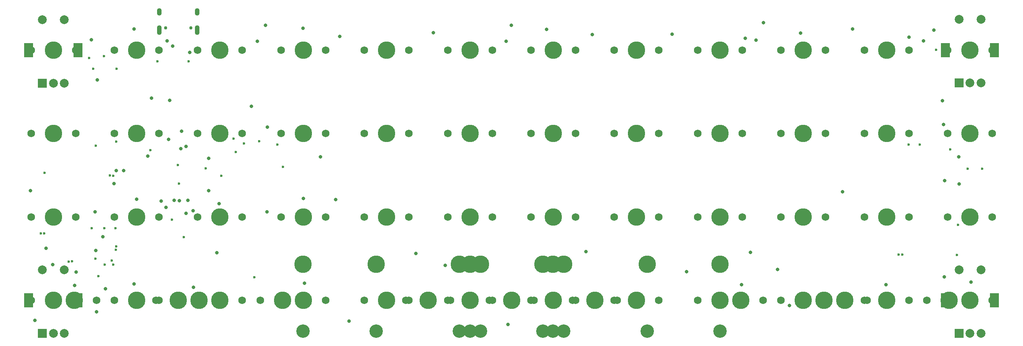
<source format=gbr>
%TF.GenerationSoftware,KiCad,Pcbnew,(6.0.7-1)-1*%
%TF.CreationDate,2022-08-22T03:12:19+03:00*%
%TF.ProjectId,Planck Drop In PCB,506c616e-636b-4204-9472-6f7020496e20,rev?*%
%TF.SameCoordinates,Original*%
%TF.FileFunction,Soldermask,Top*%
%TF.FilePolarity,Negative*%
%FSLAX46Y46*%
G04 Gerber Fmt 4.6, Leading zero omitted, Abs format (unit mm)*
G04 Created by KiCad (PCBNEW (6.0.7-1)-1) date 2022-08-22 03:12:19*
%MOMM*%
%LPD*%
G01*
G04 APERTURE LIST*
%ADD10C,1.750000*%
%ADD11C,3.987800*%
%ADD12C,3.048000*%
%ADD13R,2.000000X2.000000*%
%ADD14C,2.000000*%
%ADD15R,2.000000X3.200000*%
%ADD16C,0.750000*%
%ADD17O,1.100000X1.700000*%
%ADD18O,1.100000X2.200000*%
%ADD19C,0.800000*%
%ADD20C,0.600000*%
G04 APERTURE END LIST*
D10*
%TO.C,MX36*%
X173045075Y-64125027D03*
X183205075Y-64125027D03*
D11*
X178125075Y-64125027D03*
%TD*%
D12*
%TO.C,MX35*%
X180531321Y-128110051D03*
D10*
X163545071Y-121125051D03*
D11*
X180531321Y-112870051D03*
X156718821Y-112870051D03*
X168625071Y-121125051D03*
D10*
X173705071Y-121125051D03*
D12*
X156718821Y-128110051D03*
%TD*%
D10*
%TO.C,MX9*%
X69205027Y-121125051D03*
X59045027Y-121125051D03*
D11*
X64125027Y-121125051D03*
%TD*%
D10*
%TO.C,MX49*%
X240205099Y-64125027D03*
D11*
X235125099Y-64125027D03*
D10*
X230045099Y-64125027D03*
%TD*%
%TO.C,MX42*%
X202205083Y-83125035D03*
X192045083Y-83125035D03*
D11*
X197125083Y-83125035D03*
%TD*%
%TO.C,MX52*%
X235125099Y-121125051D03*
D10*
X240205099Y-121125051D03*
X230045099Y-121125051D03*
%TD*%
D12*
%TO.C,MX30*%
X137718813Y-128110051D03*
D10*
X154705063Y-121125051D03*
D11*
X137718813Y-112870051D03*
D12*
X161531313Y-128110051D03*
D10*
X144545063Y-121125051D03*
D11*
X149625063Y-121125051D03*
X161531313Y-112870051D03*
%TD*%
D10*
%TO.C,MX21*%
X116045051Y-83125035D03*
D11*
X121125051Y-83125035D03*
D10*
X126205051Y-83125035D03*
%TD*%
D11*
%TO.C,MX53*%
X225625095Y-121125051D03*
D10*
X230705095Y-121125051D03*
X220545095Y-121125051D03*
%TD*%
D11*
%TO.C,MX4*%
X45125019Y-121125051D03*
D10*
X50205019Y-121125051D03*
X40045019Y-121125051D03*
%TD*%
%TO.C,MX44*%
X196795085Y-121125051D03*
D11*
X201875085Y-121125051D03*
D10*
X206955085Y-121125051D03*
%TD*%
%TO.C,MX34*%
X154045067Y-121125051D03*
X164205067Y-121125051D03*
D11*
X159125067Y-121125051D03*
%TD*%
D10*
%TO.C,MX32*%
X154045067Y-83125035D03*
D11*
X159125067Y-83125035D03*
D10*
X164205067Y-83125035D03*
%TD*%
%TO.C,MX19*%
X92295041Y-121125051D03*
D11*
X97375041Y-121125051D03*
D10*
X102455041Y-121125051D03*
%TD*%
%TO.C,MX38*%
X173045075Y-102125043D03*
X183205075Y-102125043D03*
D11*
X178125075Y-102125043D03*
%TD*%
D10*
%TO.C,MX5*%
X44795021Y-121125051D03*
D11*
X49875021Y-121125051D03*
D10*
X54955021Y-121125051D03*
%TD*%
%TO.C,MX2*%
X40045019Y-83125027D03*
D11*
X45125019Y-83125027D03*
D10*
X50205019Y-83125027D03*
%TD*%
%TO.C,MX7*%
X59045027Y-83125035D03*
X69205027Y-83125035D03*
D11*
X64125027Y-83125035D03*
%TD*%
%TO.C,MX48*%
X216125091Y-121125051D03*
D10*
X211045091Y-121125051D03*
X221205091Y-121125051D03*
%TD*%
D11*
%TO.C,MX43*%
X197125083Y-102125043D03*
D10*
X192045083Y-102125043D03*
X202205083Y-102125043D03*
%TD*%
D13*
%TO.C,SW4*%
X251625107Y-128633333D03*
D14*
X256625107Y-128633333D03*
X254125107Y-128633333D03*
D15*
X248525107Y-121133333D03*
X259725107Y-121133333D03*
D14*
X256625107Y-114133333D03*
X251625107Y-114133333D03*
%TD*%
D11*
%TO.C,MX3*%
X45125019Y-102125043D03*
D10*
X50205019Y-102125043D03*
X40045019Y-102125043D03*
%TD*%
%TO.C,MX10*%
X68545031Y-121125051D03*
D11*
X73625031Y-121125051D03*
D10*
X78705031Y-121125051D03*
%TD*%
D13*
%TO.C,SW1*%
X42625019Y-71658333D03*
D14*
X47625019Y-71658333D03*
X45125019Y-71658333D03*
D15*
X39525019Y-64158333D03*
X50725019Y-64158333D03*
D14*
X47625019Y-57158333D03*
X42625019Y-57158333D03*
%TD*%
D11*
%TO.C,MX13*%
X83125035Y-83125035D03*
D10*
X78045035Y-83125035D03*
X88205035Y-83125035D03*
%TD*%
D11*
%TO.C,MX16*%
X102125043Y-64125027D03*
D10*
X97045043Y-64125027D03*
X107205043Y-64125027D03*
%TD*%
%TO.C,MX11*%
X73295033Y-121125051D03*
X83455033Y-121125051D03*
D11*
X78375033Y-121125051D03*
%TD*%
D10*
%TO.C,MX24*%
X116045051Y-121125051D03*
X126205051Y-121125051D03*
D11*
X140175051Y-112870051D03*
D12*
X102075051Y-128110051D03*
X140175051Y-128110051D03*
D11*
X121125051Y-121125051D03*
X102075051Y-112870051D03*
%TD*%
D10*
%TO.C,MX37*%
X183205075Y-83125035D03*
D11*
X178125075Y-83125035D03*
D10*
X173045075Y-83125035D03*
%TD*%
%TO.C,MX6*%
X59045027Y-64125027D03*
D11*
X64125027Y-64125027D03*
D10*
X69205027Y-64125027D03*
%TD*%
%TO.C,MX22*%
X116045051Y-102125043D03*
X126205051Y-102125043D03*
D11*
X121125051Y-102125043D03*
%TD*%
D10*
%TO.C,MX19*%
X97045043Y-121125051D03*
X107205043Y-121125051D03*
D11*
X102125043Y-121125051D03*
%TD*%
D10*
%TO.C,MX31*%
X164205067Y-64125027D03*
D11*
X159125067Y-64125027D03*
D10*
X154045067Y-64125027D03*
%TD*%
%TO.C,MX25*%
X135045059Y-64125027D03*
D11*
X140125059Y-64125027D03*
D10*
X145205059Y-64125027D03*
%TD*%
%TO.C,MX17*%
X97045043Y-83125035D03*
D11*
X102125043Y-83125035D03*
D10*
X107205043Y-83125035D03*
%TD*%
%TO.C,MX45*%
X221205091Y-64125027D03*
X211045091Y-64125027D03*
D11*
X216125091Y-64125027D03*
%TD*%
%TO.C,MX28*%
X140125059Y-121125051D03*
D10*
X145205059Y-121125051D03*
X135045059Y-121125051D03*
%TD*%
D13*
%TO.C,SW3*%
X251625107Y-71608333D03*
D14*
X256625107Y-71608333D03*
X254125107Y-71608333D03*
D15*
X259725107Y-64108333D03*
X248525107Y-64108333D03*
D14*
X256625107Y-57108333D03*
X251625107Y-57108333D03*
%TD*%
D10*
%TO.C,MX15*%
X88205035Y-121125051D03*
X78045035Y-121125051D03*
D11*
X83125035Y-121125051D03*
%TD*%
D10*
%TO.C,MX54*%
X225955093Y-121125051D03*
D11*
X220875093Y-121125051D03*
D10*
X215795093Y-121125051D03*
%TD*%
%TO.C,MX59*%
X244295105Y-121125051D03*
X254455105Y-121125051D03*
D11*
X249375105Y-121125051D03*
%TD*%
%TO.C,MX39*%
X178125075Y-121125051D03*
D10*
X183205075Y-121125051D03*
X173045075Y-121125051D03*
%TD*%
D12*
%TO.C,MX40*%
X159075075Y-128110051D03*
D11*
X178125075Y-121125051D03*
D12*
X197175075Y-128110051D03*
D10*
X173045075Y-121125051D03*
X183205075Y-121125051D03*
D11*
X197175075Y-112870051D03*
X159075075Y-112870051D03*
%TD*%
D10*
%TO.C,MX44*%
X202205083Y-121125051D03*
D11*
X197125083Y-121125051D03*
D10*
X192045083Y-121125051D03*
%TD*%
%TO.C,MX14*%
X88205035Y-102125043D03*
D11*
X83125035Y-102125043D03*
D10*
X78045035Y-102125043D03*
%TD*%
D11*
%TO.C,MX51*%
X235125099Y-102125043D03*
D10*
X240205099Y-102125043D03*
X230045099Y-102125043D03*
%TD*%
D11*
%TO.C,MX57*%
X254125107Y-102125043D03*
D10*
X249045107Y-102125043D03*
X259205107Y-102125043D03*
%TD*%
%TO.C,MX27*%
X135045059Y-102125043D03*
D11*
X140125059Y-102125043D03*
D10*
X145205059Y-102125043D03*
%TD*%
%TO.C,MX8*%
X59045027Y-102125043D03*
D11*
X64125027Y-102125043D03*
D10*
X69205027Y-102125043D03*
%TD*%
D11*
%TO.C,MX56*%
X254125107Y-83125035D03*
D10*
X249045107Y-83125035D03*
X259205107Y-83125035D03*
%TD*%
%TO.C,MX46*%
X211045091Y-83125035D03*
D11*
X216125091Y-83125035D03*
D10*
X221205091Y-83125035D03*
%TD*%
%TO.C,MX18*%
X97045043Y-102125043D03*
D11*
X102125043Y-102125043D03*
D10*
X107205043Y-102125043D03*
%TD*%
%TO.C,MX41*%
X202205083Y-64125027D03*
D11*
X197125083Y-64125027D03*
D10*
X192045083Y-64125027D03*
%TD*%
%TO.C,MX58*%
X249045107Y-121125051D03*
X259205107Y-121125051D03*
D11*
X254125107Y-121125051D03*
%TD*%
D10*
%TO.C,MX12*%
X88205035Y-64125027D03*
X78045035Y-64125027D03*
D11*
X83125035Y-64125027D03*
%TD*%
D10*
%TO.C,MX47*%
X211045091Y-102125043D03*
X221205091Y-102125043D03*
D11*
X216125091Y-102125043D03*
%TD*%
D13*
%TO.C,SW2*%
X42625019Y-128633333D03*
D14*
X47625019Y-128633333D03*
X45125019Y-128633333D03*
D15*
X39525019Y-121133333D03*
X50725019Y-121133333D03*
D14*
X47625019Y-114133333D03*
X42625019Y-114133333D03*
%TD*%
D10*
%TO.C,MX55*%
X259205107Y-64125027D03*
X249045107Y-64125027D03*
D11*
X254125107Y-64125027D03*
%TD*%
%TO.C,MX26*%
X140125059Y-83125035D03*
D10*
X145205059Y-83125035D03*
X135045059Y-83125035D03*
%TD*%
%TO.C,MX20*%
X116045051Y-64125027D03*
X126205051Y-64125027D03*
D11*
X121125051Y-64125027D03*
%TD*%
%TO.C,MX23*%
X121125051Y-121125051D03*
D10*
X116045051Y-121125051D03*
X126205051Y-121125051D03*
%TD*%
D11*
%TO.C,MX29*%
X142531305Y-112870051D03*
D12*
X118718805Y-128110051D03*
D10*
X135705055Y-121125051D03*
D11*
X130625055Y-121125051D03*
X118718805Y-112870051D03*
D10*
X125545055Y-121125051D03*
D12*
X142531305Y-128110051D03*
%TD*%
D11*
%TO.C,MX50*%
X235125099Y-83125035D03*
D10*
X240205099Y-83125035D03*
X230045099Y-83125035D03*
%TD*%
%TO.C,MX33*%
X164205067Y-102125043D03*
D11*
X159125067Y-102125043D03*
D10*
X154045067Y-102125043D03*
%TD*%
%TO.C,MX1*%
X40045019Y-64125027D03*
D11*
X45125019Y-64125027D03*
D10*
X50205019Y-64125027D03*
%TD*%
D16*
%TO.C,USB1*%
X70735031Y-59037500D03*
X76515031Y-59037500D03*
D17*
X69305031Y-55387500D03*
D18*
X77945031Y-59567500D03*
X69305031Y-59567500D03*
D17*
X77945031Y-55387500D03*
%TD*%
D19*
X72670000Y-98300000D03*
D20*
X73540000Y-90310000D03*
D19*
X75409500Y-86010000D03*
D20*
X73820000Y-94517000D03*
D19*
X80580000Y-96130000D03*
X59510000Y-91540000D03*
X93470000Y-58450000D03*
X245880000Y-59580000D03*
X43490000Y-109280000D03*
X93810000Y-100920000D03*
X109530000Y-98150000D03*
X227380000Y-59270000D03*
D20*
X88590000Y-85390000D03*
D19*
X212940000Y-122290000D03*
X63550000Y-59250000D03*
X112550000Y-125880000D03*
X215480000Y-60240000D03*
X75350000Y-101290000D03*
X77090000Y-118140000D03*
X148780000Y-126620000D03*
D20*
X90930000Y-115820000D03*
D19*
X248340000Y-93820000D03*
X102420000Y-117220000D03*
X77000000Y-100660000D03*
X45030000Y-112950000D03*
X210240000Y-114030000D03*
X234990000Y-117550000D03*
X54660000Y-100960000D03*
X134490000Y-113120000D03*
X80540000Y-88760000D03*
X50330000Y-114700000D03*
D20*
X72140000Y-102760000D03*
D19*
X168010000Y-60550000D03*
X82950000Y-99090000D03*
X49970000Y-117710000D03*
D20*
X55410000Y-115590000D03*
D19*
X55170000Y-70930000D03*
X39890000Y-96140000D03*
D20*
X83396609Y-92735568D03*
D19*
X67540000Y-75030000D03*
X71400000Y-84430000D03*
X189510000Y-114550000D03*
X186220000Y-60470000D03*
D20*
X74840000Y-106690000D03*
D19*
X102080000Y-59130000D03*
X102100000Y-97910000D03*
X248250000Y-115780000D03*
X93950000Y-81680000D03*
X53760000Y-61710000D03*
X225110000Y-96340000D03*
X251570000Y-88450000D03*
X131780000Y-60130000D03*
X82390000Y-110240000D03*
X66660000Y-88210000D03*
X76250000Y-64650000D03*
X148360000Y-62120000D03*
X254350000Y-116960000D03*
X54850000Y-109760000D03*
X243530000Y-62040000D03*
X205370000Y-61810000D03*
X40970000Y-125670000D03*
X61180000Y-91580000D03*
X157610000Y-59350000D03*
X166550000Y-110030000D03*
X202930000Y-61380000D03*
X75770000Y-98310000D03*
X247840000Y-75590000D03*
X58930000Y-94510000D03*
X71650000Y-75540000D03*
X127820000Y-110470000D03*
X56420000Y-106590000D03*
X149570000Y-58450000D03*
X207050000Y-57820000D03*
X251700000Y-94590000D03*
X63540000Y-117400000D03*
X248070000Y-81090000D03*
X240220000Y-61130000D03*
X64160000Y-98060000D03*
X204040000Y-110210000D03*
X110480000Y-60950000D03*
X91680000Y-62100000D03*
X202060000Y-117550000D03*
X106070000Y-88400000D03*
D20*
X86730000Y-87330000D03*
D19*
X70820000Y-99930000D03*
X74216644Y-86528259D03*
X73865000Y-98425000D03*
D20*
X58490000Y-112040000D03*
X251440000Y-103930000D03*
X54260000Y-68310000D03*
X56680000Y-65440000D03*
X43058219Y-105844710D03*
X49416382Y-112209435D03*
X59550000Y-68310000D03*
X256890000Y-91130000D03*
X253600000Y-91130000D03*
X54760000Y-111600000D03*
X251190000Y-110770000D03*
X68860000Y-66660000D03*
X75970000Y-66660000D03*
X59440000Y-84910000D03*
X242670000Y-85660000D03*
X96240000Y-85660000D03*
X86220000Y-84310000D03*
X240110000Y-85650000D03*
X54810000Y-85910000D03*
X67220000Y-86880000D03*
X92040000Y-84870000D03*
X56750000Y-104660000D03*
X59340000Y-104660000D03*
X53920000Y-104660000D03*
D19*
X56990000Y-118470000D03*
X54990000Y-123710000D03*
D20*
X249630000Y-86700000D03*
X246440000Y-64050000D03*
X43150000Y-92070000D03*
X53290000Y-65870000D03*
X48620000Y-112280000D03*
X42260000Y-105890000D03*
X56820000Y-112970000D03*
X58780000Y-112970000D03*
D19*
X71070000Y-62000000D03*
X72360000Y-63210000D03*
X74379500Y-82600000D03*
X69680000Y-98500000D03*
X90310000Y-76900000D03*
D20*
X97520000Y-90670000D03*
X79860000Y-91040000D03*
X59371979Y-109580744D03*
X58020000Y-92630000D03*
X237890825Y-110678647D03*
X238720000Y-110660000D03*
X58808606Y-92761544D03*
X59490000Y-108790000D03*
M02*

</source>
